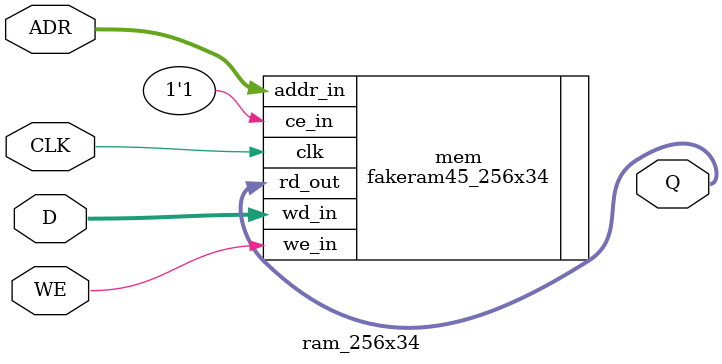
<source format=v>
module ram_2048x39(CLK, ADR, D, Q, WE);
  input CLK, WE;
  input [10:0] ADR;
  input [38:0] D;
  output [38:0] Q;
  wire CLK, WE;
  wire [10:0] ADR;
  wire [38:0] D;
  wire [38:0] Q;

  fakeram45_2048x39 mem (
    .clk      (CLK     ),
    .rd_out   (Q       ),
    .ce_in    (1'b1    ),
    .we_in    (WE      ),
    .addr_in  (ADR     ),
    .wd_in    (D       )
  );


endmodule

module ram_64x21(CLK, ADR, D, Q, WE);
  input CLK, WE;
  input [5:0] ADR;
  input [20:0] D;
  output [20:0] Q;
  wire CLK, WE;
  wire [5:0] ADR;
  wire [20:0] D;
  wire [20:0] Q;

  fakeram45_64x21 mem (
    .clk      (CLK     ),
    .rd_out   (Q       ),
    .ce_in    (1'b1    ),
    .we_in    (WE      ),
    .addr_in  (ADR     ),
    .wd_in    (D       )
  );

endmodule

module ram_256x34(CLK, ADR, D, Q, WE);
  input CLK, WE;
  input [7:0] ADR;
  input [33:0] D;
  output [33:0] Q;
  wire CLK, WE;
  wire [7:0] ADR;
  wire [33:0] D;
  wire [33:0] Q;

  fakeram45_256x34 mem (
    .clk      (CLK     ),
    .rd_out   (Q       ),
    .ce_in    (1'b1    ),
    .we_in    (WE      ),
    .addr_in  (ADR     ),
    .wd_in    (D       )
  );

endmodule

</source>
